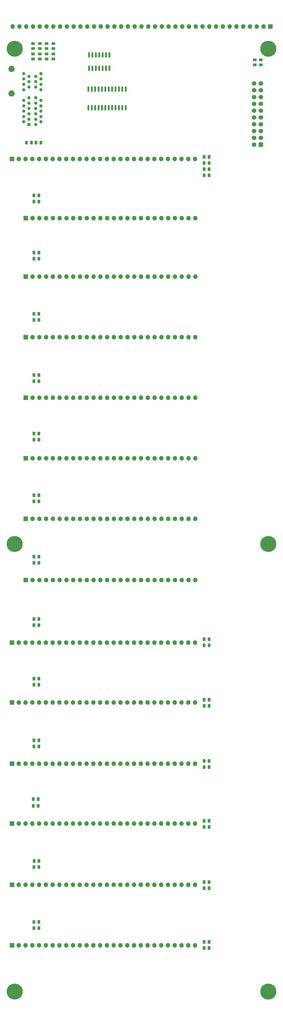
<source format=gbr>
%TF.GenerationSoftware,KiCad,Pcbnew,(6.0.0-0)*%
%TF.CreationDate,2022-10-19T22:30:36-04:00*%
%TF.ProjectId,cpu-input-output-control,6370752d-696e-4707-9574-2d6f75747075,rev?*%
%TF.SameCoordinates,Original*%
%TF.FileFunction,Soldermask,Top*%
%TF.FilePolarity,Negative*%
%FSLAX46Y46*%
G04 Gerber Fmt 4.6, Leading zero omitted, Abs format (unit mm)*
G04 Created by KiCad (PCBNEW (6.0.0-0)) date 2022-10-19 22:30:36*
%MOMM*%
%LPD*%
G01*
G04 APERTURE LIST*
G04 Aperture macros list*
%AMRoundRect*
0 Rectangle with rounded corners*
0 $1 Rounding radius*
0 $2 $3 $4 $5 $6 $7 $8 $9 X,Y pos of 4 corners*
0 Add a 4 corners polygon primitive as box body*
4,1,4,$2,$3,$4,$5,$6,$7,$8,$9,$2,$3,0*
0 Add four circle primitives for the rounded corners*
1,1,$1+$1,$2,$3*
1,1,$1+$1,$4,$5*
1,1,$1+$1,$6,$7*
1,1,$1+$1,$8,$9*
0 Add four rect primitives between the rounded corners*
20,1,$1+$1,$2,$3,$4,$5,0*
20,1,$1+$1,$4,$5,$6,$7,0*
20,1,$1+$1,$6,$7,$8,$9,0*
20,1,$1+$1,$8,$9,$2,$3,0*%
G04 Aperture macros list end*
%ADD10RoundRect,0.150000X0.150000X-0.825000X0.150000X0.825000X-0.150000X0.825000X-0.150000X-0.825000X0*%
%ADD11RoundRect,0.243750X-0.243750X-0.456250X0.243750X-0.456250X0.243750X0.456250X-0.243750X0.456250X0*%
%ADD12RoundRect,0.250000X-0.262500X-0.450000X0.262500X-0.450000X0.262500X0.450000X-0.262500X0.450000X0*%
%ADD13RoundRect,0.250000X0.262500X0.450000X-0.262500X0.450000X-0.262500X-0.450000X0.262500X-0.450000X0*%
%ADD14C,2.350000*%
%ADD15R,1.208000X1.208000*%
%ADD16C,1.208000*%
%ADD17RoundRect,0.243750X0.456250X-0.243750X0.456250X0.243750X-0.456250X0.243750X-0.456250X-0.243750X0*%
%ADD18R,1.700000X1.700000*%
%ADD19O,1.700000X1.700000*%
%ADD20C,0.800000*%
%ADD21C,6.000000*%
%ADD22RoundRect,0.250000X0.600000X0.600000X-0.600000X0.600000X-0.600000X-0.600000X0.600000X-0.600000X0*%
%ADD23C,1.700000*%
%ADD24RoundRect,0.250000X-0.450000X0.262500X-0.450000X-0.262500X0.450000X-0.262500X0.450000X0.262500X0*%
%ADD25RoundRect,0.250000X0.450000X-0.262500X0.450000X0.262500X-0.450000X0.262500X-0.450000X-0.262500X0*%
%ADD26RoundRect,0.150000X0.150000X-0.837500X0.150000X0.837500X-0.150000X0.837500X-0.150000X-0.837500X0*%
G04 APERTURE END LIST*
D10*
%TO.C,U1*%
X80772000Y-64581000D03*
X82042000Y-64581000D03*
X83312000Y-64581000D03*
X84582000Y-64581000D03*
X85852000Y-64581000D03*
X87122000Y-64581000D03*
X88392000Y-64581000D03*
X88392000Y-69531000D03*
X87122000Y-69531000D03*
X85852000Y-69531000D03*
X84582000Y-69531000D03*
X83312000Y-69531000D03*
X82042000Y-69531000D03*
X80772000Y-69531000D03*
%TD*%
D11*
%TO.C,D7*%
X123890394Y-375691477D03*
X125765394Y-375691477D03*
%TD*%
D12*
%TO.C,R5*%
X123915394Y-328193477D03*
X125740394Y-328193477D03*
%TD*%
D13*
%TO.C,R14*%
X62001394Y-365531477D03*
X60176394Y-365531477D03*
%TD*%
D14*
%TO.C,J9*%
X51780000Y-69750000D03*
X51780000Y-78900000D03*
D15*
X58280000Y-90550000D03*
D16*
X56280000Y-89550000D03*
X58280000Y-88550000D03*
X56280000Y-87550000D03*
X58280000Y-86550000D03*
X56280000Y-85550000D03*
X58280000Y-84550000D03*
X56280000Y-83550000D03*
X58280000Y-82550000D03*
X56280000Y-81550000D03*
X58280000Y-80550000D03*
X56280000Y-77550000D03*
X58280000Y-76550000D03*
X56280000Y-75550000D03*
X58280000Y-74550000D03*
X56280000Y-73550000D03*
X58280000Y-72550000D03*
X56280000Y-71550000D03*
X60780000Y-90550000D03*
X62780000Y-89550000D03*
X60780000Y-88550000D03*
X62780000Y-87550000D03*
X60780000Y-86550000D03*
X62780000Y-85550000D03*
X60780000Y-84550000D03*
X62780000Y-83550000D03*
X60780000Y-82550000D03*
X62780000Y-81550000D03*
X60780000Y-80550000D03*
X62780000Y-77550000D03*
X60780000Y-76550000D03*
X62780000Y-75550000D03*
X60780000Y-74550000D03*
X62780000Y-73550000D03*
X60780000Y-72550000D03*
X62780000Y-71550000D03*
%TD*%
D13*
%TO.C,R19*%
X61966394Y-275190977D03*
X60141394Y-275190977D03*
%TD*%
D17*
%TO.C,D12*%
X67423894Y-62176977D03*
X67423894Y-60301977D03*
%TD*%
D18*
%TO.C,J12*%
X57034894Y-215163477D03*
D19*
X59574894Y-215163477D03*
X62114894Y-215163477D03*
X64654894Y-215163477D03*
X67194894Y-215163477D03*
X69734894Y-215163477D03*
X72274894Y-215163477D03*
X74814894Y-215163477D03*
X77354894Y-215163477D03*
X79894894Y-215163477D03*
X82434894Y-215163477D03*
X84974894Y-215163477D03*
X87514894Y-215163477D03*
X90054894Y-215163477D03*
X92594894Y-215163477D03*
X95134894Y-215163477D03*
X97674894Y-215163477D03*
X100214894Y-215163477D03*
X102754894Y-215163477D03*
X105294894Y-215163477D03*
X107834894Y-215163477D03*
X110374894Y-215163477D03*
X112914894Y-215163477D03*
X115454894Y-215163477D03*
X117994894Y-215163477D03*
X120534894Y-215163477D03*
%TD*%
D17*
%TO.C,D9*%
X59803894Y-62176977D03*
X59803894Y-60301977D03*
%TD*%
D11*
%TO.C,D1*%
X123890394Y-285013477D03*
X125765394Y-285013477D03*
%TD*%
%TO.C,D3*%
X123890394Y-104927477D03*
X125765394Y-104927477D03*
%TD*%
D18*
%TO.C,J5*%
X51944894Y-103378477D03*
D19*
X54484894Y-103378477D03*
X57024894Y-103378477D03*
X59564894Y-103378477D03*
X62104894Y-103378477D03*
X64644894Y-103378477D03*
X67184894Y-103378477D03*
X69724894Y-103378477D03*
X72264894Y-103378477D03*
X74804894Y-103378477D03*
X77344894Y-103378477D03*
X79884894Y-103378477D03*
X82424894Y-103378477D03*
X84964894Y-103378477D03*
X87504894Y-103378477D03*
X90044894Y-103378477D03*
X92584894Y-103378477D03*
X95124894Y-103378477D03*
X97664894Y-103378477D03*
X100204894Y-103378477D03*
X102744894Y-103378477D03*
X105284894Y-103378477D03*
X107824894Y-103378477D03*
X110364894Y-103378477D03*
X112904894Y-103378477D03*
X115444894Y-103378477D03*
X117984894Y-103378477D03*
X120524894Y-103378477D03*
%TD*%
D18*
%TO.C,J16*%
X57034894Y-260629477D03*
D19*
X59574894Y-260629477D03*
X62114894Y-260629477D03*
X64654894Y-260629477D03*
X67194894Y-260629477D03*
X69734894Y-260629477D03*
X72274894Y-260629477D03*
X74814894Y-260629477D03*
X77354894Y-260629477D03*
X79894894Y-260629477D03*
X82434894Y-260629477D03*
X84974894Y-260629477D03*
X87514894Y-260629477D03*
X90054894Y-260629477D03*
X92594894Y-260629477D03*
X95134894Y-260629477D03*
X97674894Y-260629477D03*
X100214894Y-260629477D03*
X102754894Y-260629477D03*
X105294894Y-260629477D03*
X107834894Y-260629477D03*
X110374894Y-260629477D03*
X112914894Y-260629477D03*
X115454894Y-260629477D03*
X117994894Y-260629477D03*
X120534894Y-260629477D03*
%TD*%
D18*
%TO.C,J6*%
X57034894Y-169951477D03*
D19*
X59574894Y-169951477D03*
X62114894Y-169951477D03*
X64654894Y-169951477D03*
X67194894Y-169951477D03*
X69734894Y-169951477D03*
X72274894Y-169951477D03*
X74814894Y-169951477D03*
X77354894Y-169951477D03*
X79894894Y-169951477D03*
X82434894Y-169951477D03*
X84974894Y-169951477D03*
X87514894Y-169951477D03*
X90054894Y-169951477D03*
X92594894Y-169951477D03*
X95134894Y-169951477D03*
X97674894Y-169951477D03*
X100214894Y-169951477D03*
X102754894Y-169951477D03*
X105294894Y-169951477D03*
X107834894Y-169951477D03*
X110374894Y-169951477D03*
X112914894Y-169951477D03*
X115454894Y-169951477D03*
X117994894Y-169951477D03*
X120534894Y-169951477D03*
%TD*%
D11*
%TO.C,D19*%
X60101394Y-277476977D03*
X61976394Y-277476977D03*
%TD*%
D17*
%TO.C,D10*%
X62343894Y-62176977D03*
X62343894Y-60301977D03*
%TD*%
D18*
%TO.C,J10*%
X51929894Y-329209477D03*
D19*
X54469894Y-329209477D03*
X57009894Y-329209477D03*
X59549894Y-329209477D03*
X62089894Y-329209477D03*
X64629894Y-329209477D03*
X67169894Y-329209477D03*
X69709894Y-329209477D03*
X72249894Y-329209477D03*
X74789894Y-329209477D03*
X77329894Y-329209477D03*
X79869894Y-329209477D03*
X82409894Y-329209477D03*
X84949894Y-329209477D03*
X87489894Y-329209477D03*
X90029894Y-329209477D03*
X92569894Y-329209477D03*
X95109894Y-329209477D03*
X97649894Y-329209477D03*
X100189894Y-329209477D03*
X102729894Y-329209477D03*
X105269894Y-329209477D03*
X107809894Y-329209477D03*
X110349894Y-329209477D03*
X112889894Y-329209477D03*
X115429894Y-329209477D03*
X117969894Y-329209477D03*
X120509894Y-329209477D03*
%TD*%
D12*
%TO.C,R4*%
X123915394Y-305333477D03*
X125740394Y-305333477D03*
%TD*%
D11*
%TO.C,D20*%
X60096394Y-254160977D03*
X61971394Y-254160977D03*
%TD*%
%TO.C,D22*%
X60121394Y-208186977D03*
X61996394Y-208186977D03*
%TD*%
D13*
%TO.C,R15*%
X61732394Y-342417477D03*
X59907394Y-342417477D03*
%TD*%
D20*
%TO.C,REF\u002A\u002A*%
X146350904Y-63846467D03*
X150191894Y-62255477D03*
X147941894Y-64505477D03*
X147941894Y-60005477D03*
X149532884Y-60664487D03*
X149532884Y-63846467D03*
X146350904Y-60664487D03*
D21*
X147941894Y-62255477D03*
D20*
X145691894Y-62255477D03*
%TD*%
D13*
%TO.C,R26*%
X61986394Y-117000977D03*
X60161394Y-117000977D03*
%TD*%
D21*
%TO.C,REF\u002A\u002A*%
X52945894Y-62255477D03*
D20*
X51354904Y-60664487D03*
X52945894Y-64505477D03*
X51354904Y-63846467D03*
X54536884Y-60664487D03*
X50695894Y-62255477D03*
X52945894Y-60005477D03*
X54536884Y-63846467D03*
X55195894Y-62255477D03*
%TD*%
D11*
%TO.C,D8*%
X123890394Y-398043477D03*
X125765394Y-398043477D03*
%TD*%
D18*
%TO.C,J13*%
X51929894Y-351561477D03*
D19*
X54469894Y-351561477D03*
X57009894Y-351561477D03*
X59549894Y-351561477D03*
X62089894Y-351561477D03*
X64629894Y-351561477D03*
X67169894Y-351561477D03*
X69709894Y-351561477D03*
X72249894Y-351561477D03*
X74789894Y-351561477D03*
X77329894Y-351561477D03*
X79869894Y-351561477D03*
X82409894Y-351561477D03*
X84949894Y-351561477D03*
X87489894Y-351561477D03*
X90029894Y-351561477D03*
X92569894Y-351561477D03*
X95109894Y-351561477D03*
X97649894Y-351561477D03*
X100189894Y-351561477D03*
X102729894Y-351561477D03*
X105269894Y-351561477D03*
X107809894Y-351561477D03*
X110349894Y-351561477D03*
X112889894Y-351561477D03*
X115429894Y-351561477D03*
X117969894Y-351561477D03*
X120509894Y-351561477D03*
%TD*%
D22*
%TO.C,J11*%
X145138394Y-98069477D03*
D23*
X142598394Y-98069477D03*
X145138394Y-95529477D03*
X142598394Y-95529477D03*
X145138394Y-92989477D03*
X142598394Y-92989477D03*
X145138394Y-90449477D03*
X142598394Y-90449477D03*
X145138394Y-87909477D03*
X142598394Y-87909477D03*
X145138394Y-85369477D03*
X142598394Y-85369477D03*
X145138394Y-82829477D03*
X142598394Y-82829477D03*
X145138394Y-80289477D03*
X142598394Y-80289477D03*
X145138394Y-77749477D03*
X142598394Y-77749477D03*
X145138394Y-75209477D03*
X142598394Y-75209477D03*
%TD*%
D11*
%TO.C,D6*%
X123890394Y-352831477D03*
X125765394Y-352831477D03*
%TD*%
D18*
%TO.C,J15*%
X51929894Y-374421477D03*
D19*
X54469894Y-374421477D03*
X57009894Y-374421477D03*
X59549894Y-374421477D03*
X62089894Y-374421477D03*
X64629894Y-374421477D03*
X67169894Y-374421477D03*
X69709894Y-374421477D03*
X72249894Y-374421477D03*
X74789894Y-374421477D03*
X77329894Y-374421477D03*
X79869894Y-374421477D03*
X82409894Y-374421477D03*
X84949894Y-374421477D03*
X87489894Y-374421477D03*
X90029894Y-374421477D03*
X92569894Y-374421477D03*
X95109894Y-374421477D03*
X97649894Y-374421477D03*
X100189894Y-374421477D03*
X102729894Y-374421477D03*
X105269894Y-374421477D03*
X107809894Y-374421477D03*
X110349894Y-374421477D03*
X112889894Y-374421477D03*
X115429894Y-374421477D03*
X117969894Y-374421477D03*
X120509894Y-374421477D03*
%TD*%
D13*
%TO.C,R18*%
X59192394Y-97307477D03*
X57367394Y-97307477D03*
%TD*%
D24*
%TO.C,R11*%
X64883894Y-64215477D03*
X64883894Y-66040477D03*
%TD*%
D11*
%TO.C,D26*%
X60121394Y-119286977D03*
X61996394Y-119286977D03*
%TD*%
D12*
%TO.C,R8*%
X123915394Y-395757477D03*
X125740394Y-395757477D03*
%TD*%
D11*
%TO.C,D25*%
X60096394Y-140622977D03*
X61971394Y-140622977D03*
%TD*%
D18*
%TO.C,J3*%
X148703894Y-53955477D03*
D19*
X146163894Y-53955477D03*
X143623894Y-53955477D03*
X141083894Y-53955477D03*
X138543894Y-53955477D03*
X136003894Y-53955477D03*
X133463894Y-53955477D03*
X130923894Y-53955477D03*
X128383894Y-53955477D03*
X125843894Y-53955477D03*
X123303894Y-53955477D03*
X120763894Y-53955477D03*
X118223894Y-53955477D03*
X115683894Y-53955477D03*
X113143894Y-53955477D03*
X110603894Y-53955477D03*
X108063894Y-53955477D03*
X105523894Y-53955477D03*
X102983894Y-53955477D03*
X100443894Y-53955477D03*
X97903894Y-53955477D03*
X95363894Y-53955477D03*
X92823894Y-53955477D03*
X90283894Y-53955477D03*
X87743894Y-53955477D03*
X85203894Y-53955477D03*
X82663894Y-53955477D03*
X80123894Y-53955477D03*
X77583894Y-53955477D03*
X75043894Y-53955477D03*
X72503894Y-53955477D03*
X69963894Y-53955477D03*
X67423894Y-53955477D03*
X64883894Y-53955477D03*
X62343894Y-53955477D03*
X59803894Y-53955477D03*
X57263894Y-53955477D03*
X54723894Y-53955477D03*
X52183894Y-53955477D03*
%TD*%
D20*
%TO.C,REF\u002A\u002A*%
X149532884Y-415890467D03*
D21*
X147941894Y-414299477D03*
D20*
X146350904Y-415890467D03*
X145691894Y-414299477D03*
X149532884Y-412708487D03*
X147941894Y-416549477D03*
X147941894Y-412049477D03*
X146350904Y-412708487D03*
X150191894Y-414299477D03*
%TD*%
D11*
%TO.C,D18*%
X60898394Y-97307477D03*
X62773394Y-97307477D03*
%TD*%
%TO.C,D24*%
X60111394Y-163497977D03*
X61986394Y-163497977D03*
%TD*%
D20*
%TO.C,REF\u002A\u002A*%
X54536884Y-248758467D03*
X52945894Y-249417477D03*
X51354904Y-245576487D03*
X54536884Y-245576487D03*
X51354904Y-248758467D03*
D21*
X52945894Y-247167477D03*
D20*
X50695894Y-247167477D03*
X55195894Y-247167477D03*
X52945894Y-244917477D03*
%TD*%
D25*
%TO.C,R27*%
X142861894Y-68247977D03*
X142861894Y-66422977D03*
%TD*%
D11*
%TO.C,D21*%
X60121394Y-231248977D03*
X61996394Y-231248977D03*
%TD*%
%TO.C,D16*%
X60121394Y-322765977D03*
X61996394Y-322765977D03*
%TD*%
D13*
%TO.C,R25*%
X61961394Y-138336977D03*
X60136394Y-138336977D03*
%TD*%
D24*
%TO.C,R9*%
X59803894Y-64215477D03*
X59803894Y-66040477D03*
%TD*%
D13*
%TO.C,R3*%
X125740394Y-102641477D03*
X123915394Y-102641477D03*
%TD*%
D18*
%TO.C,J7*%
X51929894Y-306349477D03*
D19*
X54469894Y-306349477D03*
X57009894Y-306349477D03*
X59549894Y-306349477D03*
X62089894Y-306349477D03*
X64629894Y-306349477D03*
X67169894Y-306349477D03*
X69709894Y-306349477D03*
X72249894Y-306349477D03*
X74789894Y-306349477D03*
X77329894Y-306349477D03*
X79869894Y-306349477D03*
X82409894Y-306349477D03*
X84949894Y-306349477D03*
X87489894Y-306349477D03*
X90029894Y-306349477D03*
X92569894Y-306349477D03*
X95109894Y-306349477D03*
X97649894Y-306349477D03*
X100189894Y-306349477D03*
X102729894Y-306349477D03*
X105269894Y-306349477D03*
X107809894Y-306349477D03*
X110349894Y-306349477D03*
X112889894Y-306349477D03*
X115429894Y-306349477D03*
X117969894Y-306349477D03*
X120509894Y-306349477D03*
%TD*%
D18*
%TO.C,J17*%
X51929894Y-397027477D03*
D19*
X54469894Y-397027477D03*
X57009894Y-397027477D03*
X59549894Y-397027477D03*
X62089894Y-397027477D03*
X64629894Y-397027477D03*
X67169894Y-397027477D03*
X69709894Y-397027477D03*
X72249894Y-397027477D03*
X74789894Y-397027477D03*
X77329894Y-397027477D03*
X79869894Y-397027477D03*
X82409894Y-397027477D03*
X84949894Y-397027477D03*
X87489894Y-397027477D03*
X90029894Y-397027477D03*
X92569894Y-397027477D03*
X95109894Y-397027477D03*
X97649894Y-397027477D03*
X100189894Y-397027477D03*
X102729894Y-397027477D03*
X105269894Y-397027477D03*
X107809894Y-397027477D03*
X110349894Y-397027477D03*
X112889894Y-397027477D03*
X115429894Y-397027477D03*
X117969894Y-397027477D03*
X120509894Y-397027477D03*
%TD*%
D18*
%TO.C,J1*%
X57034894Y-125501477D03*
D19*
X59574894Y-125501477D03*
X62114894Y-125501477D03*
X64654894Y-125501477D03*
X67194894Y-125501477D03*
X69734894Y-125501477D03*
X72274894Y-125501477D03*
X74814894Y-125501477D03*
X77354894Y-125501477D03*
X79894894Y-125501477D03*
X82434894Y-125501477D03*
X84974894Y-125501477D03*
X87514894Y-125501477D03*
X90054894Y-125501477D03*
X92594894Y-125501477D03*
X95134894Y-125501477D03*
X97674894Y-125501477D03*
X100214894Y-125501477D03*
X102754894Y-125501477D03*
X105294894Y-125501477D03*
X107834894Y-125501477D03*
X110374894Y-125501477D03*
X112914894Y-125501477D03*
X115454894Y-125501477D03*
X117994894Y-125501477D03*
X120534894Y-125501477D03*
%TD*%
D11*
%TO.C,D23*%
X60096394Y-186342977D03*
X61971394Y-186342977D03*
%TD*%
D26*
%TO.C,U2*%
X80504894Y-84259977D03*
X81774894Y-84259977D03*
X83044894Y-84259977D03*
X84314894Y-84259977D03*
X85584894Y-84259977D03*
X86854894Y-84259977D03*
X88124894Y-84259977D03*
X89394894Y-84259977D03*
X90664894Y-84259977D03*
X91934894Y-84259977D03*
X93204894Y-84259977D03*
X94474894Y-84259977D03*
X94474894Y-77334977D03*
X93204894Y-77334977D03*
X91934894Y-77334977D03*
X90664894Y-77334977D03*
X89394894Y-77334977D03*
X88124894Y-77334977D03*
X86854894Y-77334977D03*
X85584894Y-77334977D03*
X84314894Y-77334977D03*
X83044894Y-77334977D03*
X81774894Y-77334977D03*
X80504894Y-77334977D03*
%TD*%
D11*
%TO.C,D13*%
X60121394Y-390583977D03*
X61996394Y-390583977D03*
%TD*%
D17*
%TO.C,D27*%
X145147894Y-68272977D03*
X145147894Y-66397977D03*
%TD*%
D11*
%TO.C,D17*%
X60121394Y-299745477D03*
X61996394Y-299745477D03*
%TD*%
%TO.C,D14*%
X60136394Y-367817477D03*
X62011394Y-367817477D03*
%TD*%
D20*
%TO.C,REF\u002A\u002A*%
X146350904Y-245576487D03*
X149532884Y-248758467D03*
X147941894Y-249417477D03*
X149532884Y-245576487D03*
X146350904Y-248758467D03*
X147941894Y-244917477D03*
X145691894Y-247167477D03*
D21*
X147941894Y-247167477D03*
D20*
X150191894Y-247167477D03*
%TD*%
D13*
%TO.C,R24*%
X61976394Y-161211977D03*
X60151394Y-161211977D03*
%TD*%
D24*
%TO.C,R10*%
X62343894Y-64215477D03*
X62343894Y-66040477D03*
%TD*%
D13*
%TO.C,R2*%
X125740394Y-107213477D03*
X123915394Y-107213477D03*
%TD*%
D24*
%TO.C,R12*%
X67423894Y-64215477D03*
X67423894Y-66040477D03*
%TD*%
D18*
%TO.C,J14*%
X57034894Y-237769477D03*
D19*
X59574894Y-237769477D03*
X62114894Y-237769477D03*
X64654894Y-237769477D03*
X67194894Y-237769477D03*
X69734894Y-237769477D03*
X72274894Y-237769477D03*
X74814894Y-237769477D03*
X77354894Y-237769477D03*
X79894894Y-237769477D03*
X82434894Y-237769477D03*
X84974894Y-237769477D03*
X87514894Y-237769477D03*
X90054894Y-237769477D03*
X92594894Y-237769477D03*
X95134894Y-237769477D03*
X97674894Y-237769477D03*
X100214894Y-237769477D03*
X102754894Y-237769477D03*
X105294894Y-237769477D03*
X107834894Y-237769477D03*
X110374894Y-237769477D03*
X112914894Y-237769477D03*
X115454894Y-237769477D03*
X117994894Y-237769477D03*
X120534894Y-237769477D03*
%TD*%
D20*
%TO.C,REF\u002A\u002A*%
X51354904Y-415890467D03*
X50695894Y-414299477D03*
D21*
X52945894Y-414299477D03*
D20*
X54536884Y-415890467D03*
X55195894Y-414299477D03*
X52945894Y-412049477D03*
X52945894Y-416549477D03*
X51354904Y-412708487D03*
X54536884Y-412708487D03*
%TD*%
D13*
%TO.C,R22*%
X61986394Y-205900977D03*
X60161394Y-205900977D03*
%TD*%
D18*
%TO.C,J4*%
X57034894Y-147320477D03*
D19*
X59574894Y-147320477D03*
X62114894Y-147320477D03*
X64654894Y-147320477D03*
X67194894Y-147320477D03*
X69734894Y-147320477D03*
X72274894Y-147320477D03*
X74814894Y-147320477D03*
X77354894Y-147320477D03*
X79894894Y-147320477D03*
X82434894Y-147320477D03*
X84974894Y-147320477D03*
X87514894Y-147320477D03*
X90054894Y-147320477D03*
X92594894Y-147320477D03*
X95134894Y-147320477D03*
X97674894Y-147320477D03*
X100214894Y-147320477D03*
X102754894Y-147320477D03*
X105294894Y-147320477D03*
X107834894Y-147320477D03*
X110374894Y-147320477D03*
X112914894Y-147320477D03*
X115454894Y-147320477D03*
X117994894Y-147320477D03*
X120534894Y-147320477D03*
%TD*%
D12*
%TO.C,R7*%
X123915394Y-373405477D03*
X125740394Y-373405477D03*
%TD*%
D11*
%TO.C,D15*%
X59867394Y-344957477D03*
X61742394Y-344957477D03*
%TD*%
D17*
%TO.C,D11*%
X64883894Y-62176977D03*
X64883894Y-60301977D03*
%TD*%
D11*
%TO.C,D5*%
X123890394Y-330479477D03*
X125765394Y-330479477D03*
%TD*%
D18*
%TO.C,J2*%
X51929894Y-283997477D03*
D19*
X54469894Y-283997477D03*
X57009894Y-283997477D03*
X59549894Y-283997477D03*
X62089894Y-283997477D03*
X64629894Y-283997477D03*
X67169894Y-283997477D03*
X69709894Y-283997477D03*
X72249894Y-283997477D03*
X74789894Y-283997477D03*
X77329894Y-283997477D03*
X79869894Y-283997477D03*
X82409894Y-283997477D03*
X84949894Y-283997477D03*
X87489894Y-283997477D03*
X90029894Y-283997477D03*
X92569894Y-283997477D03*
X95109894Y-283997477D03*
X97649894Y-283997477D03*
X100189894Y-283997477D03*
X102729894Y-283997477D03*
X105269894Y-283997477D03*
X107809894Y-283997477D03*
X110349894Y-283997477D03*
X112889894Y-283997477D03*
X115429894Y-283997477D03*
X117969894Y-283997477D03*
X120509894Y-283997477D03*
%TD*%
D18*
%TO.C,J8*%
X57034894Y-192557477D03*
D19*
X59574894Y-192557477D03*
X62114894Y-192557477D03*
X64654894Y-192557477D03*
X67194894Y-192557477D03*
X69734894Y-192557477D03*
X72274894Y-192557477D03*
X74814894Y-192557477D03*
X77354894Y-192557477D03*
X79894894Y-192557477D03*
X82434894Y-192557477D03*
X84974894Y-192557477D03*
X87514894Y-192557477D03*
X90054894Y-192557477D03*
X92594894Y-192557477D03*
X95134894Y-192557477D03*
X97674894Y-192557477D03*
X100214894Y-192557477D03*
X102754894Y-192557477D03*
X105294894Y-192557477D03*
X107834894Y-192557477D03*
X110374894Y-192557477D03*
X112914894Y-192557477D03*
X115454894Y-192557477D03*
X117994894Y-192557477D03*
X120534894Y-192557477D03*
%TD*%
D13*
%TO.C,R20*%
X61961394Y-251874977D03*
X60136394Y-251874977D03*
%TD*%
D12*
%TO.C,R1*%
X123915394Y-282727477D03*
X125740394Y-282727477D03*
%TD*%
%TO.C,R6*%
X123915394Y-350545477D03*
X125740394Y-350545477D03*
%TD*%
D13*
%TO.C,R21*%
X61986394Y-228962977D03*
X60161394Y-228962977D03*
%TD*%
%TO.C,R13*%
X61986394Y-388297977D03*
X60161394Y-388297977D03*
%TD*%
%TO.C,R17*%
X61986394Y-297459477D03*
X60161394Y-297459477D03*
%TD*%
D11*
%TO.C,D4*%
X123890394Y-307619477D03*
X125765394Y-307619477D03*
%TD*%
%TO.C,D2*%
X123890394Y-109499477D03*
X125765394Y-109499477D03*
%TD*%
D13*
%TO.C,R23*%
X61961394Y-184056977D03*
X60136394Y-184056977D03*
%TD*%
%TO.C,R16*%
X61986394Y-320479977D03*
X60161394Y-320479977D03*
%TD*%
M02*

</source>
